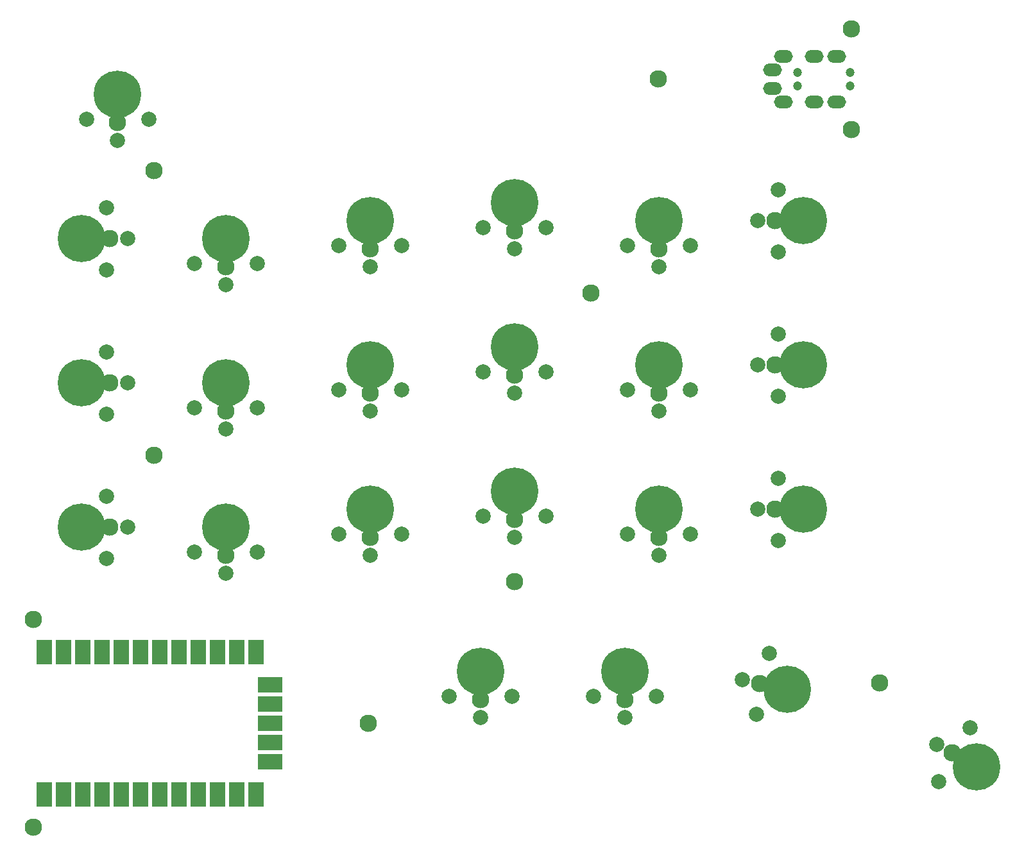
<source format=gts>
%TF.GenerationSoftware,KiCad,Pcbnew,(6.0.4-0)*%
%TF.CreationDate,2022-04-23T01:33:07+09:00*%
%TF.ProjectId,diodeless,64696f64-656c-4657-9373-2e6b69636164,rev?*%
%TF.SameCoordinates,Original*%
%TF.FileFunction,Soldermask,Top*%
%TF.FilePolarity,Negative*%
%FSLAX46Y46*%
G04 Gerber Fmt 4.6, Leading zero omitted, Abs format (unit mm)*
G04 Created by KiCad (PCBNEW (6.0.4-0)) date 2022-04-23 01:33:07*
%MOMM*%
%LPD*%
G01*
G04 APERTURE LIST*
%ADD10C,2.300000*%
%ADD11C,6.250000*%
%ADD12C,2.000000*%
%ADD13R,2.000000X3.250000*%
%ADD14R,3.250000X2.000000*%
%ADD15C,1.200000*%
%ADD16O,2.500000X1.700000*%
G04 APERTURE END LIST*
D10*
%TO.C,SW2*%
X24700000Y-69050000D03*
D11*
X21000000Y-69050000D03*
D12*
X27050000Y-69050000D03*
X24300000Y-73180000D03*
X24300000Y-64920000D03*
%TD*%
D11*
%TO.C,SW15*%
X92700000Y-126200000D03*
D10*
X92700000Y-129900000D03*
D12*
X92700000Y-132250000D03*
X96830000Y-129500000D03*
X88570000Y-129500000D03*
%TD*%
D11*
%TO.C,SW6*%
X40050000Y-88100000D03*
D10*
X40050000Y-91800000D03*
D12*
X40050000Y-94150000D03*
X44180000Y-91400000D03*
X35920000Y-91400000D03*
%TD*%
D10*
%TO.C,H2*%
X30525000Y-97625000D03*
%TD*%
%TO.C,SW22*%
X112550000Y-104768750D03*
D11*
X116250000Y-104768750D03*
D12*
X110200000Y-104768750D03*
X112950000Y-100638750D03*
X112950000Y-108898750D03*
%TD*%
D10*
%TO.C,SW10*%
X59100000Y-108468750D03*
D11*
X59100000Y-104768750D03*
D12*
X59100000Y-110818750D03*
X54970000Y-108068750D03*
X63230000Y-108068750D03*
%TD*%
D10*
%TO.C,H4*%
X88175000Y-76193750D03*
%TD*%
D11*
%TO.C,SW20*%
X116250000Y-66668750D03*
D10*
X112550000Y-66668750D03*
D12*
X110200000Y-66668750D03*
X112950000Y-62538750D03*
X112950000Y-70798750D03*
%TD*%
D10*
%TO.C,SW23*%
X135853206Y-136950000D03*
D11*
X139057500Y-138800000D03*
D12*
X133818046Y-135775000D03*
X138264616Y-133573315D03*
X134134616Y-140726685D03*
%TD*%
D10*
%TO.C,H7*%
X122555000Y-54610000D03*
%TD*%
D11*
%TO.C,SW21*%
X116250000Y-85718750D03*
D10*
X112550000Y-85718750D03*
D12*
X110200000Y-85718750D03*
X112950000Y-89848750D03*
X112950000Y-81588750D03*
%TD*%
D10*
%TO.C,H5*%
X126339600Y-127711200D03*
%TD*%
D11*
%TO.C,SW17*%
X97200000Y-85718750D03*
D10*
X97200000Y-89418750D03*
D12*
X97200000Y-91768750D03*
X93070000Y-89018750D03*
X101330000Y-89018750D03*
%TD*%
D11*
%TO.C,SW1*%
X25762500Y-50000000D03*
D10*
X25762500Y-53700000D03*
D12*
X25762500Y-56050000D03*
X21632500Y-53300000D03*
X29892500Y-53300000D03*
%TD*%
D10*
%TO.C,H9*%
X58865000Y-133000000D03*
%TD*%
D11*
%TO.C,SW13*%
X78150000Y-83337500D03*
D10*
X78150000Y-87037500D03*
D12*
X78150000Y-89387500D03*
X82280000Y-86637500D03*
X74020000Y-86637500D03*
%TD*%
D10*
%TO.C,SW18*%
X97200000Y-108468750D03*
D11*
X97200000Y-104768750D03*
D12*
X97200000Y-110818750D03*
X93070000Y-108068750D03*
X101330000Y-108068750D03*
%TD*%
D10*
%TO.C,H1*%
X30525000Y-60025000D03*
%TD*%
D11*
%TO.C,SW4*%
X21000000Y-107150000D03*
D10*
X24700000Y-107150000D03*
D12*
X27050000Y-107150000D03*
X24300000Y-103020000D03*
X24300000Y-111280000D03*
%TD*%
D11*
%TO.C,SW12*%
X78150000Y-64287500D03*
D10*
X78150000Y-67987500D03*
D12*
X78150000Y-70337500D03*
X74020000Y-67587500D03*
X82280000Y-67587500D03*
%TD*%
D10*
%TO.C,SW8*%
X59100000Y-70368750D03*
D11*
X59100000Y-66668750D03*
D12*
X59100000Y-72718750D03*
X63230000Y-69968750D03*
X54970000Y-69968750D03*
%TD*%
D10*
%TO.C,H10*%
X14605000Y-119300000D03*
%TD*%
%TO.C,H3*%
X78150000Y-114300000D03*
%TD*%
%TO.C,SW9*%
X59100000Y-89418750D03*
D11*
X59100000Y-85718750D03*
D12*
X59100000Y-91768750D03*
X63230000Y-89018750D03*
X54970000Y-89018750D03*
%TD*%
D10*
%TO.C,SW5*%
X40050000Y-72750000D03*
D11*
X40050000Y-69050000D03*
D12*
X40050000Y-75100000D03*
X44180000Y-72350000D03*
X35920000Y-72350000D03*
%TD*%
D10*
%TO.C,SW3*%
X24700000Y-88100000D03*
D11*
X21000000Y-88100000D03*
D12*
X27050000Y-88100000D03*
X24300000Y-92230000D03*
X24300000Y-83970000D03*
%TD*%
D10*
%TO.C,SW14*%
X78150000Y-106087500D03*
D11*
X78150000Y-102387500D03*
D12*
X78150000Y-108437500D03*
X82280000Y-105687500D03*
X74020000Y-105687500D03*
%TD*%
D13*
%TO.C,U1*%
X16055000Y-142398000D03*
X18595000Y-142398000D03*
X21135000Y-142398000D03*
X23675000Y-142398000D03*
X26215000Y-142398000D03*
X28755000Y-142398000D03*
X31295000Y-142398000D03*
X33835000Y-142398000D03*
X36375000Y-142398000D03*
X38915000Y-142398000D03*
X41455000Y-142398000D03*
X43995000Y-142398000D03*
X43995000Y-123602000D03*
X41455000Y-123602000D03*
X38915000Y-123602000D03*
X36375000Y-123602000D03*
X33835000Y-123602000D03*
X31295000Y-123602000D03*
X28755000Y-123602000D03*
X26215000Y-123602000D03*
X23675000Y-123602000D03*
X21135000Y-123602000D03*
X18595000Y-123602000D03*
X16055000Y-123602000D03*
D14*
X45900000Y-138080000D03*
X45900000Y-135540000D03*
X45900000Y-133000000D03*
X45900000Y-130460000D03*
X45900000Y-127920000D03*
%TD*%
D10*
%TO.C,H11*%
X122555000Y-41300000D03*
%TD*%
D15*
%TO.C,J1*%
X122450000Y-48837500D03*
X122450000Y-47087500D03*
X115450000Y-47087500D03*
X115450000Y-48837500D03*
D16*
X112150000Y-49187500D03*
X112150000Y-46737500D03*
X120650000Y-44987500D03*
X120650000Y-50937500D03*
X117650000Y-50937500D03*
X117650000Y-44987500D03*
X113650000Y-50937500D03*
X113650000Y-44987500D03*
%TD*%
D10*
%TO.C,H6*%
X97075000Y-47955000D03*
%TD*%
%TO.C,SW19*%
X110495854Y-127730727D03*
D11*
X114115000Y-128500000D03*
D12*
X108197207Y-127242134D03*
X111745788Y-123774142D03*
X110028438Y-131853641D03*
%TD*%
D11*
%TO.C,SW11*%
X73650000Y-126200000D03*
D10*
X73650000Y-129900000D03*
D12*
X73650000Y-132250000D03*
X69520000Y-129500000D03*
X77780000Y-129500000D03*
%TD*%
D11*
%TO.C,SW7*%
X40050000Y-107150000D03*
D10*
X40050000Y-110850000D03*
D12*
X40050000Y-113200000D03*
X35920000Y-110450000D03*
X44180000Y-110450000D03*
%TD*%
D11*
%TO.C,SW16*%
X97200000Y-66668750D03*
D10*
X97200000Y-70368750D03*
D12*
X97200000Y-72718750D03*
X93070000Y-69968750D03*
X101330000Y-69968750D03*
%TD*%
D10*
%TO.C,H8*%
X14605000Y-146700000D03*
%TD*%
M02*

</source>
